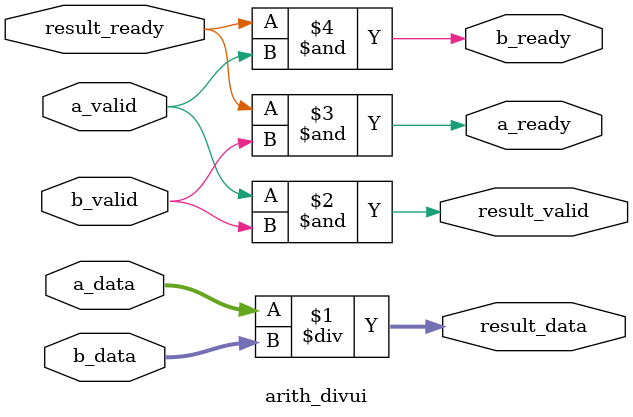
<source format=sv>
module arith_divui #(parameter int WIDTH = 32) (
    input  logic             a_valid,
    output logic             a_ready,
    input  logic [WIDTH-1:0] a_data,
    input  logic             b_valid,
    output logic             b_ready,
    input  logic [WIDTH-1:0] b_data,
    output logic             result_valid,
    input  logic             result_ready,
    output logic [WIDTH-1:0] result_data
);
  assign result_data  = a_data / b_data;
  assign result_valid = a_valid & b_valid;
  assign a_ready      = result_ready & b_valid;
  assign b_ready      = result_ready & a_valid;
endmodule

</source>
